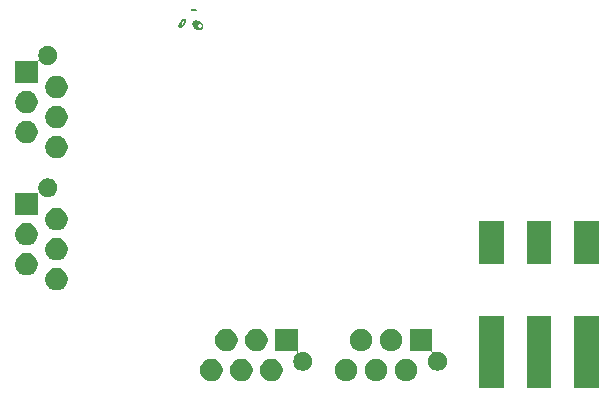
<source format=gbr>
G04 #@! TF.GenerationSoftware,KiCad,Pcbnew,5.1.2-f72e74a~84~ubuntu18.04.1*
G04 #@! TF.CreationDate,2019-06-30T22:47:52+02:00*
G04 #@! TF.ProjectId,board,626f6172-642e-46b6-9963-61645f706362,rev?*
G04 #@! TF.SameCoordinates,Original*
G04 #@! TF.FileFunction,Soldermask,Bot*
G04 #@! TF.FilePolarity,Negative*
%FSLAX46Y46*%
G04 Gerber Fmt 4.6, Leading zero omitted, Abs format (unit mm)*
G04 Created by KiCad (PCBNEW 5.1.2-f72e74a~84~ubuntu18.04.1) date 2019-06-30 22:47:52*
%MOMM*%
%LPD*%
G04 APERTURE LIST*
%ADD10C,0.010000*%
%ADD11C,0.060000*%
%ADD12C,0.100000*%
G04 APERTURE END LIST*
D10*
G36*
X148718423Y-53198223D02*
G01*
X148756263Y-53194934D01*
X148776759Y-53191103D01*
X148828390Y-53174126D01*
X148873060Y-53150346D01*
X148910646Y-53120473D01*
X148941024Y-53085219D01*
X148964071Y-53045297D01*
X148979661Y-53001417D01*
X148987672Y-52954292D01*
X148987980Y-52904634D01*
X148980461Y-52853154D01*
X148964990Y-52800564D01*
X148941445Y-52747576D01*
X148909701Y-52694901D01*
X148871669Y-52645602D01*
X148822024Y-52594494D01*
X148767034Y-52549745D01*
X148707863Y-52511858D01*
X148645678Y-52481334D01*
X148581645Y-52458675D01*
X148516929Y-52444383D01*
X148452695Y-52438959D01*
X148398218Y-52441831D01*
X148343393Y-52452893D01*
X148294297Y-52471964D01*
X148251371Y-52498852D01*
X148232887Y-52514667D01*
X148201140Y-52548564D01*
X148178000Y-52583038D01*
X148162118Y-52620680D01*
X148152141Y-52664084D01*
X148150986Y-52671855D01*
X148148426Y-52726245D01*
X148155286Y-52781309D01*
X148170934Y-52836248D01*
X148184275Y-52866525D01*
X148549164Y-52866525D01*
X148551545Y-52844888D01*
X148564506Y-52800696D01*
X148585689Y-52761343D01*
X148614198Y-52727878D01*
X148649137Y-52701347D01*
X148689610Y-52682796D01*
X148690453Y-52682519D01*
X148710411Y-52678540D01*
X148737461Y-52676848D01*
X148755684Y-52677024D01*
X148779938Y-52678429D01*
X148798324Y-52681366D01*
X148815122Y-52686824D01*
X148832690Y-52694845D01*
X148869679Y-52718212D01*
X148900282Y-52748052D01*
X148923754Y-52782952D01*
X148939349Y-52821496D01*
X148946322Y-52862272D01*
X148943925Y-52903866D01*
X148943670Y-52905278D01*
X148930966Y-52947176D01*
X148909644Y-52985562D01*
X148880985Y-53018785D01*
X148846270Y-53045194D01*
X148827445Y-53055142D01*
X148797518Y-53064650D01*
X148762396Y-53069214D01*
X148725790Y-53068775D01*
X148691413Y-53063276D01*
X148673531Y-53057574D01*
X148638383Y-53038514D01*
X148607691Y-53012056D01*
X148582440Y-52979913D01*
X148563613Y-52943801D01*
X148552193Y-52905433D01*
X148549164Y-52866525D01*
X148184275Y-52866525D01*
X148194736Y-52890264D01*
X148226061Y-52942559D01*
X148264274Y-52992334D01*
X148308745Y-53038793D01*
X148358840Y-53081136D01*
X148413926Y-53118566D01*
X148473370Y-53150284D01*
X148536541Y-53175493D01*
X148554886Y-53181299D01*
X148591263Y-53189762D01*
X148632757Y-53195497D01*
X148676199Y-53198364D01*
X148718423Y-53198223D01*
X148718423Y-53198223D01*
G37*
X148718423Y-53198223D02*
X148756263Y-53194934D01*
X148776759Y-53191103D01*
X148828390Y-53174126D01*
X148873060Y-53150346D01*
X148910646Y-53120473D01*
X148941024Y-53085219D01*
X148964071Y-53045297D01*
X148979661Y-53001417D01*
X148987672Y-52954292D01*
X148987980Y-52904634D01*
X148980461Y-52853154D01*
X148964990Y-52800564D01*
X148941445Y-52747576D01*
X148909701Y-52694901D01*
X148871669Y-52645602D01*
X148822024Y-52594494D01*
X148767034Y-52549745D01*
X148707863Y-52511858D01*
X148645678Y-52481334D01*
X148581645Y-52458675D01*
X148516929Y-52444383D01*
X148452695Y-52438959D01*
X148398218Y-52441831D01*
X148343393Y-52452893D01*
X148294297Y-52471964D01*
X148251371Y-52498852D01*
X148232887Y-52514667D01*
X148201140Y-52548564D01*
X148178000Y-52583038D01*
X148162118Y-52620680D01*
X148152141Y-52664084D01*
X148150986Y-52671855D01*
X148148426Y-52726245D01*
X148155286Y-52781309D01*
X148170934Y-52836248D01*
X148184275Y-52866525D01*
X148549164Y-52866525D01*
X148551545Y-52844888D01*
X148564506Y-52800696D01*
X148585689Y-52761343D01*
X148614198Y-52727878D01*
X148649137Y-52701347D01*
X148689610Y-52682796D01*
X148690453Y-52682519D01*
X148710411Y-52678540D01*
X148737461Y-52676848D01*
X148755684Y-52677024D01*
X148779938Y-52678429D01*
X148798324Y-52681366D01*
X148815122Y-52686824D01*
X148832690Y-52694845D01*
X148869679Y-52718212D01*
X148900282Y-52748052D01*
X148923754Y-52782952D01*
X148939349Y-52821496D01*
X148946322Y-52862272D01*
X148943925Y-52903866D01*
X148943670Y-52905278D01*
X148930966Y-52947176D01*
X148909644Y-52985562D01*
X148880985Y-53018785D01*
X148846270Y-53045194D01*
X148827445Y-53055142D01*
X148797518Y-53064650D01*
X148762396Y-53069214D01*
X148725790Y-53068775D01*
X148691413Y-53063276D01*
X148673531Y-53057574D01*
X148638383Y-53038514D01*
X148607691Y-53012056D01*
X148582440Y-52979913D01*
X148563613Y-52943801D01*
X148552193Y-52905433D01*
X148549164Y-52866525D01*
X148184275Y-52866525D01*
X148194736Y-52890264D01*
X148226061Y-52942559D01*
X148264274Y-52992334D01*
X148308745Y-53038793D01*
X148358840Y-53081136D01*
X148413926Y-53118566D01*
X148473370Y-53150284D01*
X148536541Y-53175493D01*
X148554886Y-53181299D01*
X148591263Y-53189762D01*
X148632757Y-53195497D01*
X148676199Y-53198364D01*
X148718423Y-53198223D01*
G36*
X147093665Y-53007600D02*
G01*
X147111199Y-53005185D01*
X147127879Y-52999924D01*
X147146678Y-52991596D01*
X147196544Y-52963190D01*
X147246028Y-52925974D01*
X147294186Y-52881287D01*
X147340077Y-52830464D01*
X147382757Y-52774842D01*
X147421285Y-52715756D01*
X147454717Y-52654544D01*
X147482112Y-52592541D01*
X147502526Y-52531083D01*
X147515018Y-52471508D01*
X147515381Y-52468871D01*
X147518149Y-52425804D01*
X147514456Y-52387743D01*
X147504593Y-52355573D01*
X147488853Y-52330178D01*
X147467525Y-52312444D01*
X147463187Y-52310168D01*
X147435219Y-52301682D01*
X147403409Y-52300419D01*
X147371189Y-52306512D01*
X147370740Y-52306654D01*
X147327203Y-52324943D01*
X147282270Y-52352158D01*
X147236881Y-52387335D01*
X147191976Y-52429513D01*
X147148495Y-52477728D01*
X147107378Y-52531018D01*
X147069565Y-52588421D01*
X147035996Y-52648974D01*
X147035540Y-52649881D01*
X147010181Y-52704155D01*
X147001711Y-52726426D01*
X147155284Y-52726426D01*
X147155543Y-52698685D01*
X147158121Y-52670689D01*
X147162567Y-52647298D01*
X147172407Y-52617135D01*
X147186999Y-52582844D01*
X147204535Y-52548056D01*
X147223208Y-52516404D01*
X147238382Y-52494978D01*
X147269895Y-52459194D01*
X147301152Y-52431105D01*
X147331506Y-52411000D01*
X147360309Y-52399166D01*
X147386913Y-52395891D01*
X147410670Y-52401462D01*
X147426133Y-52411534D01*
X147440767Y-52428001D01*
X147450019Y-52447997D01*
X147454606Y-52473687D01*
X147455402Y-52499684D01*
X147451584Y-52538915D01*
X147441587Y-52579233D01*
X147426265Y-52619549D01*
X147406466Y-52658772D01*
X147383042Y-52695812D01*
X147356844Y-52729579D01*
X147328723Y-52758982D01*
X147299529Y-52782931D01*
X147270113Y-52800336D01*
X147241326Y-52810106D01*
X147214019Y-52811151D01*
X147212521Y-52810925D01*
X147190226Y-52802390D01*
X147171870Y-52785571D01*
X147161805Y-52768314D01*
X147157365Y-52750705D01*
X147155284Y-52726426D01*
X147001711Y-52726426D01*
X146991505Y-52753258D01*
X146978956Y-52799150D01*
X146971980Y-52843791D01*
X146970024Y-52881180D01*
X146970147Y-52906266D01*
X146971356Y-52924220D01*
X146974108Y-52938050D01*
X146978861Y-52950765D01*
X146981443Y-52956249D01*
X146992212Y-52973579D01*
X147005671Y-52989267D01*
X147011471Y-52994349D01*
X147021774Y-53001392D01*
X147031873Y-53005548D01*
X147044939Y-53007557D01*
X147064145Y-53008162D01*
X147070641Y-53008180D01*
X147093665Y-53007600D01*
X147093665Y-53007600D01*
G37*
X147093665Y-53007600D02*
X147111199Y-53005185D01*
X147127879Y-52999924D01*
X147146678Y-52991596D01*
X147196544Y-52963190D01*
X147246028Y-52925974D01*
X147294186Y-52881287D01*
X147340077Y-52830464D01*
X147382757Y-52774842D01*
X147421285Y-52715756D01*
X147454717Y-52654544D01*
X147482112Y-52592541D01*
X147502526Y-52531083D01*
X147515018Y-52471508D01*
X147515381Y-52468871D01*
X147518149Y-52425804D01*
X147514456Y-52387743D01*
X147504593Y-52355573D01*
X147488853Y-52330178D01*
X147467525Y-52312444D01*
X147463187Y-52310168D01*
X147435219Y-52301682D01*
X147403409Y-52300419D01*
X147371189Y-52306512D01*
X147370740Y-52306654D01*
X147327203Y-52324943D01*
X147282270Y-52352158D01*
X147236881Y-52387335D01*
X147191976Y-52429513D01*
X147148495Y-52477728D01*
X147107378Y-52531018D01*
X147069565Y-52588421D01*
X147035996Y-52648974D01*
X147035540Y-52649881D01*
X147010181Y-52704155D01*
X147001711Y-52726426D01*
X147155284Y-52726426D01*
X147155543Y-52698685D01*
X147158121Y-52670689D01*
X147162567Y-52647298D01*
X147172407Y-52617135D01*
X147186999Y-52582844D01*
X147204535Y-52548056D01*
X147223208Y-52516404D01*
X147238382Y-52494978D01*
X147269895Y-52459194D01*
X147301152Y-52431105D01*
X147331506Y-52411000D01*
X147360309Y-52399166D01*
X147386913Y-52395891D01*
X147410670Y-52401462D01*
X147426133Y-52411534D01*
X147440767Y-52428001D01*
X147450019Y-52447997D01*
X147454606Y-52473687D01*
X147455402Y-52499684D01*
X147451584Y-52538915D01*
X147441587Y-52579233D01*
X147426265Y-52619549D01*
X147406466Y-52658772D01*
X147383042Y-52695812D01*
X147356844Y-52729579D01*
X147328723Y-52758982D01*
X147299529Y-52782931D01*
X147270113Y-52800336D01*
X147241326Y-52810106D01*
X147214019Y-52811151D01*
X147212521Y-52810925D01*
X147190226Y-52802390D01*
X147171870Y-52785571D01*
X147161805Y-52768314D01*
X147157365Y-52750705D01*
X147155284Y-52726426D01*
X147001711Y-52726426D01*
X146991505Y-52753258D01*
X146978956Y-52799150D01*
X146971980Y-52843791D01*
X146970024Y-52881180D01*
X146970147Y-52906266D01*
X146971356Y-52924220D01*
X146974108Y-52938050D01*
X146978861Y-52950765D01*
X146981443Y-52956249D01*
X146992212Y-52973579D01*
X147005671Y-52989267D01*
X147011471Y-52994349D01*
X147021774Y-53001392D01*
X147031873Y-53005548D01*
X147044939Y-53007557D01*
X147064145Y-53008162D01*
X147070641Y-53008180D01*
X147093665Y-53007600D01*
D11*
G36*
X148424692Y-51568170D02*
G01*
X148428884Y-51562762D01*
X148429842Y-51554566D01*
X148425424Y-51549146D01*
X148413375Y-51541290D01*
X148395655Y-51531907D01*
X148374225Y-51521910D01*
X148351046Y-51512209D01*
X148328078Y-51503716D01*
X148307282Y-51497341D01*
X148305917Y-51496987D01*
X148262856Y-51489514D01*
X148214361Y-51487140D01*
X148163785Y-51489862D01*
X148117500Y-51497035D01*
X148090200Y-51502814D01*
X148071309Y-51507027D01*
X148059286Y-51510160D01*
X148052588Y-51512698D01*
X148049673Y-51515124D01*
X148048999Y-51517924D01*
X148048997Y-51518567D01*
X148050026Y-51526273D01*
X148053898Y-51530916D01*
X148062140Y-51532631D01*
X148076276Y-51531551D01*
X148097832Y-51527810D01*
X148114960Y-51524343D01*
X148173922Y-51514891D01*
X148227388Y-51512559D01*
X148277312Y-51517558D01*
X148325646Y-51530099D01*
X148374342Y-51550391D01*
X148379221Y-51552812D01*
X148401207Y-51563242D01*
X148415915Y-51568346D01*
X148424692Y-51568170D01*
X148424692Y-51568170D01*
G37*
X148424692Y-51568170D02*
X148428884Y-51562762D01*
X148429842Y-51554566D01*
X148425424Y-51549146D01*
X148413375Y-51541290D01*
X148395655Y-51531907D01*
X148374225Y-51521910D01*
X148351046Y-51512209D01*
X148328078Y-51503716D01*
X148307282Y-51497341D01*
X148305917Y-51496987D01*
X148262856Y-51489514D01*
X148214361Y-51487140D01*
X148163785Y-51489862D01*
X148117500Y-51497035D01*
X148090200Y-51502814D01*
X148071309Y-51507027D01*
X148059286Y-51510160D01*
X148052588Y-51512698D01*
X148049673Y-51515124D01*
X148048999Y-51517924D01*
X148048997Y-51518567D01*
X148050026Y-51526273D01*
X148053898Y-51530916D01*
X148062140Y-51532631D01*
X148076276Y-51531551D01*
X148097832Y-51527810D01*
X148114960Y-51524343D01*
X148173922Y-51514891D01*
X148227388Y-51512559D01*
X148277312Y-51517558D01*
X148325646Y-51530099D01*
X148374342Y-51550391D01*
X148379221Y-51552812D01*
X148401207Y-51563242D01*
X148415915Y-51568346D01*
X148424692Y-51568170D01*
D12*
G36*
X182551000Y-83551000D02*
G01*
X180449000Y-83551000D01*
X180449000Y-77449000D01*
X182551000Y-77449000D01*
X182551000Y-83551000D01*
X182551000Y-83551000D01*
G37*
G36*
X178551000Y-83551000D02*
G01*
X176449000Y-83551000D01*
X176449000Y-77449000D01*
X178551000Y-77449000D01*
X178551000Y-83551000D01*
X178551000Y-83551000D01*
G37*
G36*
X174551000Y-83551000D02*
G01*
X172449000Y-83551000D01*
X172449000Y-77449000D01*
X174551000Y-77449000D01*
X174551000Y-83551000D01*
X174551000Y-83551000D01*
G37*
G36*
X155107395Y-81125546D02*
G01*
X155280466Y-81197234D01*
X155280467Y-81197235D01*
X155436227Y-81301310D01*
X155568690Y-81433773D01*
X155568691Y-81433775D01*
X155672766Y-81589534D01*
X155744454Y-81762605D01*
X155781000Y-81946333D01*
X155781000Y-82133667D01*
X155744454Y-82317395D01*
X155672766Y-82490466D01*
X155672765Y-82490467D01*
X155568690Y-82646227D01*
X155436227Y-82778690D01*
X155357818Y-82831081D01*
X155280466Y-82882766D01*
X155107395Y-82954454D01*
X154923667Y-82991000D01*
X154736333Y-82991000D01*
X154552605Y-82954454D01*
X154379534Y-82882766D01*
X154302182Y-82831081D01*
X154223773Y-82778690D01*
X154091310Y-82646227D01*
X153987235Y-82490467D01*
X153987234Y-82490466D01*
X153915546Y-82317395D01*
X153879000Y-82133667D01*
X153879000Y-81946333D01*
X153915546Y-81762605D01*
X153987234Y-81589534D01*
X154091309Y-81433775D01*
X154091310Y-81433773D01*
X154223773Y-81301310D01*
X154379533Y-81197235D01*
X154379534Y-81197234D01*
X154552605Y-81125546D01*
X154736333Y-81089000D01*
X154923667Y-81089000D01*
X155107395Y-81125546D01*
X155107395Y-81125546D01*
G37*
G36*
X150027395Y-81125546D02*
G01*
X150200466Y-81197234D01*
X150200467Y-81197235D01*
X150356227Y-81301310D01*
X150488690Y-81433773D01*
X150488691Y-81433775D01*
X150592766Y-81589534D01*
X150664454Y-81762605D01*
X150701000Y-81946333D01*
X150701000Y-82133667D01*
X150664454Y-82317395D01*
X150592766Y-82490466D01*
X150592765Y-82490467D01*
X150488690Y-82646227D01*
X150356227Y-82778690D01*
X150277818Y-82831081D01*
X150200466Y-82882766D01*
X150027395Y-82954454D01*
X149843667Y-82991000D01*
X149656333Y-82991000D01*
X149472605Y-82954454D01*
X149299534Y-82882766D01*
X149222182Y-82831081D01*
X149143773Y-82778690D01*
X149011310Y-82646227D01*
X148907235Y-82490467D01*
X148907234Y-82490466D01*
X148835546Y-82317395D01*
X148799000Y-82133667D01*
X148799000Y-81946333D01*
X148835546Y-81762605D01*
X148907234Y-81589534D01*
X149011309Y-81433775D01*
X149011310Y-81433773D01*
X149143773Y-81301310D01*
X149299533Y-81197235D01*
X149299534Y-81197234D01*
X149472605Y-81125546D01*
X149656333Y-81089000D01*
X149843667Y-81089000D01*
X150027395Y-81125546D01*
X150027395Y-81125546D01*
G37*
G36*
X152567395Y-81125546D02*
G01*
X152740466Y-81197234D01*
X152740467Y-81197235D01*
X152896227Y-81301310D01*
X153028690Y-81433773D01*
X153028691Y-81433775D01*
X153132766Y-81589534D01*
X153204454Y-81762605D01*
X153241000Y-81946333D01*
X153241000Y-82133667D01*
X153204454Y-82317395D01*
X153132766Y-82490466D01*
X153132765Y-82490467D01*
X153028690Y-82646227D01*
X152896227Y-82778690D01*
X152817818Y-82831081D01*
X152740466Y-82882766D01*
X152567395Y-82954454D01*
X152383667Y-82991000D01*
X152196333Y-82991000D01*
X152012605Y-82954454D01*
X151839534Y-82882766D01*
X151762182Y-82831081D01*
X151683773Y-82778690D01*
X151551310Y-82646227D01*
X151447235Y-82490467D01*
X151447234Y-82490466D01*
X151375546Y-82317395D01*
X151339000Y-82133667D01*
X151339000Y-81946333D01*
X151375546Y-81762605D01*
X151447234Y-81589534D01*
X151551309Y-81433775D01*
X151551310Y-81433773D01*
X151683773Y-81301310D01*
X151839533Y-81197235D01*
X151839534Y-81197234D01*
X152012605Y-81125546D01*
X152196333Y-81089000D01*
X152383667Y-81089000D01*
X152567395Y-81125546D01*
X152567395Y-81125546D01*
G37*
G36*
X166507395Y-81125546D02*
G01*
X166680466Y-81197234D01*
X166680467Y-81197235D01*
X166836227Y-81301310D01*
X166968690Y-81433773D01*
X166968691Y-81433775D01*
X167072766Y-81589534D01*
X167144454Y-81762605D01*
X167181000Y-81946333D01*
X167181000Y-82133667D01*
X167144454Y-82317395D01*
X167072766Y-82490466D01*
X167072765Y-82490467D01*
X166968690Y-82646227D01*
X166836227Y-82778690D01*
X166757818Y-82831081D01*
X166680466Y-82882766D01*
X166507395Y-82954454D01*
X166323667Y-82991000D01*
X166136333Y-82991000D01*
X165952605Y-82954454D01*
X165779534Y-82882766D01*
X165702182Y-82831081D01*
X165623773Y-82778690D01*
X165491310Y-82646227D01*
X165387235Y-82490467D01*
X165387234Y-82490466D01*
X165315546Y-82317395D01*
X165279000Y-82133667D01*
X165279000Y-81946333D01*
X165315546Y-81762605D01*
X165387234Y-81589534D01*
X165491309Y-81433775D01*
X165491310Y-81433773D01*
X165623773Y-81301310D01*
X165779533Y-81197235D01*
X165779534Y-81197234D01*
X165952605Y-81125546D01*
X166136333Y-81089000D01*
X166323667Y-81089000D01*
X166507395Y-81125546D01*
X166507395Y-81125546D01*
G37*
G36*
X163967395Y-81125546D02*
G01*
X164140466Y-81197234D01*
X164140467Y-81197235D01*
X164296227Y-81301310D01*
X164428690Y-81433773D01*
X164428691Y-81433775D01*
X164532766Y-81589534D01*
X164604454Y-81762605D01*
X164641000Y-81946333D01*
X164641000Y-82133667D01*
X164604454Y-82317395D01*
X164532766Y-82490466D01*
X164532765Y-82490467D01*
X164428690Y-82646227D01*
X164296227Y-82778690D01*
X164217818Y-82831081D01*
X164140466Y-82882766D01*
X163967395Y-82954454D01*
X163783667Y-82991000D01*
X163596333Y-82991000D01*
X163412605Y-82954454D01*
X163239534Y-82882766D01*
X163162182Y-82831081D01*
X163083773Y-82778690D01*
X162951310Y-82646227D01*
X162847235Y-82490467D01*
X162847234Y-82490466D01*
X162775546Y-82317395D01*
X162739000Y-82133667D01*
X162739000Y-81946333D01*
X162775546Y-81762605D01*
X162847234Y-81589534D01*
X162951309Y-81433775D01*
X162951310Y-81433773D01*
X163083773Y-81301310D01*
X163239533Y-81197235D01*
X163239534Y-81197234D01*
X163412605Y-81125546D01*
X163596333Y-81089000D01*
X163783667Y-81089000D01*
X163967395Y-81125546D01*
X163967395Y-81125546D01*
G37*
G36*
X161427395Y-81125546D02*
G01*
X161600466Y-81197234D01*
X161600467Y-81197235D01*
X161756227Y-81301310D01*
X161888690Y-81433773D01*
X161888691Y-81433775D01*
X161992766Y-81589534D01*
X162064454Y-81762605D01*
X162101000Y-81946333D01*
X162101000Y-82133667D01*
X162064454Y-82317395D01*
X161992766Y-82490466D01*
X161992765Y-82490467D01*
X161888690Y-82646227D01*
X161756227Y-82778690D01*
X161677818Y-82831081D01*
X161600466Y-82882766D01*
X161427395Y-82954454D01*
X161243667Y-82991000D01*
X161056333Y-82991000D01*
X160872605Y-82954454D01*
X160699534Y-82882766D01*
X160622182Y-82831081D01*
X160543773Y-82778690D01*
X160411310Y-82646227D01*
X160307235Y-82490467D01*
X160307234Y-82490466D01*
X160235546Y-82317395D01*
X160199000Y-82133667D01*
X160199000Y-81946333D01*
X160235546Y-81762605D01*
X160307234Y-81589534D01*
X160411309Y-81433775D01*
X160411310Y-81433773D01*
X160543773Y-81301310D01*
X160699533Y-81197235D01*
X160699534Y-81197234D01*
X160872605Y-81125546D01*
X161056333Y-81089000D01*
X161243667Y-81089000D01*
X161427395Y-81125546D01*
X161427395Y-81125546D01*
G37*
G36*
X168451000Y-80431857D02*
G01*
X168453402Y-80456243D01*
X168460515Y-80479692D01*
X168472066Y-80501303D01*
X168487611Y-80520245D01*
X168506553Y-80535790D01*
X168528164Y-80547341D01*
X168551613Y-80554454D01*
X168575999Y-80556856D01*
X168600385Y-80554454D01*
X168623835Y-80547341D01*
X168651722Y-80535790D01*
X168666342Y-80529734D01*
X168666343Y-80529734D01*
X168666345Y-80529733D01*
X168821102Y-80498950D01*
X168978898Y-80498950D01*
X169133657Y-80529733D01*
X169279438Y-80590118D01*
X169279439Y-80590119D01*
X169410640Y-80677784D01*
X169522216Y-80789360D01*
X169522217Y-80789362D01*
X169609882Y-80920562D01*
X169670267Y-81066343D01*
X169701050Y-81221102D01*
X169701050Y-81378898D01*
X169670267Y-81533657D01*
X169609882Y-81679438D01*
X169609881Y-81679439D01*
X169522216Y-81810640D01*
X169410640Y-81922216D01*
X169374546Y-81946333D01*
X169279438Y-82009882D01*
X169133657Y-82070267D01*
X168978898Y-82101050D01*
X168821102Y-82101050D01*
X168666343Y-82070267D01*
X168520562Y-82009882D01*
X168425454Y-81946333D01*
X168389360Y-81922216D01*
X168277784Y-81810640D01*
X168190119Y-81679439D01*
X168190118Y-81679438D01*
X168129733Y-81533657D01*
X168098950Y-81378898D01*
X168098950Y-81221102D01*
X168129733Y-81066343D01*
X168190118Y-80920562D01*
X168277783Y-80789362D01*
X168277784Y-80789360D01*
X168389360Y-80677784D01*
X168389363Y-80677782D01*
X168392097Y-80675048D01*
X168405088Y-80664386D01*
X168420633Y-80645444D01*
X168432184Y-80623833D01*
X168439297Y-80600384D01*
X168441699Y-80575998D01*
X168439297Y-80551612D01*
X168432184Y-80528163D01*
X168420633Y-80506553D01*
X168405087Y-80487611D01*
X168386145Y-80472066D01*
X168364534Y-80460515D01*
X168341085Y-80453402D01*
X168316700Y-80451000D01*
X166549000Y-80451000D01*
X166549000Y-78549000D01*
X168451000Y-78549000D01*
X168451000Y-80431857D01*
X168451000Y-80431857D01*
G37*
G36*
X157051000Y-80431857D02*
G01*
X157053402Y-80456243D01*
X157060515Y-80479692D01*
X157072066Y-80501303D01*
X157087611Y-80520245D01*
X157106553Y-80535790D01*
X157128164Y-80547341D01*
X157151613Y-80554454D01*
X157175999Y-80556856D01*
X157200385Y-80554454D01*
X157223835Y-80547341D01*
X157251722Y-80535790D01*
X157266342Y-80529734D01*
X157266343Y-80529734D01*
X157266345Y-80529733D01*
X157421102Y-80498950D01*
X157578898Y-80498950D01*
X157733657Y-80529733D01*
X157879438Y-80590118D01*
X157879439Y-80590119D01*
X158010640Y-80677784D01*
X158122216Y-80789360D01*
X158122217Y-80789362D01*
X158209882Y-80920562D01*
X158270267Y-81066343D01*
X158301050Y-81221102D01*
X158301050Y-81378898D01*
X158270267Y-81533657D01*
X158209882Y-81679438D01*
X158209881Y-81679439D01*
X158122216Y-81810640D01*
X158010640Y-81922216D01*
X157974546Y-81946333D01*
X157879438Y-82009882D01*
X157733657Y-82070267D01*
X157578898Y-82101050D01*
X157421102Y-82101050D01*
X157266343Y-82070267D01*
X157120562Y-82009882D01*
X157025454Y-81946333D01*
X156989360Y-81922216D01*
X156877784Y-81810640D01*
X156790119Y-81679439D01*
X156790118Y-81679438D01*
X156729733Y-81533657D01*
X156698950Y-81378898D01*
X156698950Y-81221102D01*
X156729733Y-81066343D01*
X156790118Y-80920562D01*
X156877783Y-80789362D01*
X156877784Y-80789360D01*
X156989360Y-80677784D01*
X156989363Y-80677782D01*
X156992097Y-80675048D01*
X157005088Y-80664386D01*
X157020633Y-80645444D01*
X157032184Y-80623833D01*
X157039297Y-80600384D01*
X157041699Y-80575998D01*
X157039297Y-80551612D01*
X157032184Y-80528163D01*
X157020633Y-80506553D01*
X157005087Y-80487611D01*
X156986145Y-80472066D01*
X156964534Y-80460515D01*
X156941085Y-80453402D01*
X156916700Y-80451000D01*
X155149000Y-80451000D01*
X155149000Y-78549000D01*
X157051000Y-78549000D01*
X157051000Y-80431857D01*
X157051000Y-80431857D01*
G37*
G36*
X151297395Y-78585546D02*
G01*
X151470466Y-78657234D01*
X151470467Y-78657235D01*
X151626227Y-78761310D01*
X151758690Y-78893773D01*
X151758691Y-78893775D01*
X151862766Y-79049534D01*
X151934454Y-79222605D01*
X151971000Y-79406333D01*
X151971000Y-79593667D01*
X151934454Y-79777395D01*
X151862766Y-79950466D01*
X151862765Y-79950467D01*
X151758690Y-80106227D01*
X151626227Y-80238690D01*
X151547818Y-80291081D01*
X151470466Y-80342766D01*
X151297395Y-80414454D01*
X151113667Y-80451000D01*
X150926333Y-80451000D01*
X150742605Y-80414454D01*
X150569534Y-80342766D01*
X150492182Y-80291081D01*
X150413773Y-80238690D01*
X150281310Y-80106227D01*
X150177235Y-79950467D01*
X150177234Y-79950466D01*
X150105546Y-79777395D01*
X150069000Y-79593667D01*
X150069000Y-79406333D01*
X150105546Y-79222605D01*
X150177234Y-79049534D01*
X150281309Y-78893775D01*
X150281310Y-78893773D01*
X150413773Y-78761310D01*
X150569533Y-78657235D01*
X150569534Y-78657234D01*
X150742605Y-78585546D01*
X150926333Y-78549000D01*
X151113667Y-78549000D01*
X151297395Y-78585546D01*
X151297395Y-78585546D01*
G37*
G36*
X153837395Y-78585546D02*
G01*
X154010466Y-78657234D01*
X154010467Y-78657235D01*
X154166227Y-78761310D01*
X154298690Y-78893773D01*
X154298691Y-78893775D01*
X154402766Y-79049534D01*
X154474454Y-79222605D01*
X154511000Y-79406333D01*
X154511000Y-79593667D01*
X154474454Y-79777395D01*
X154402766Y-79950466D01*
X154402765Y-79950467D01*
X154298690Y-80106227D01*
X154166227Y-80238690D01*
X154087818Y-80291081D01*
X154010466Y-80342766D01*
X153837395Y-80414454D01*
X153653667Y-80451000D01*
X153466333Y-80451000D01*
X153282605Y-80414454D01*
X153109534Y-80342766D01*
X153032182Y-80291081D01*
X152953773Y-80238690D01*
X152821310Y-80106227D01*
X152717235Y-79950467D01*
X152717234Y-79950466D01*
X152645546Y-79777395D01*
X152609000Y-79593667D01*
X152609000Y-79406333D01*
X152645546Y-79222605D01*
X152717234Y-79049534D01*
X152821309Y-78893775D01*
X152821310Y-78893773D01*
X152953773Y-78761310D01*
X153109533Y-78657235D01*
X153109534Y-78657234D01*
X153282605Y-78585546D01*
X153466333Y-78549000D01*
X153653667Y-78549000D01*
X153837395Y-78585546D01*
X153837395Y-78585546D01*
G37*
G36*
X162697395Y-78585546D02*
G01*
X162870466Y-78657234D01*
X162870467Y-78657235D01*
X163026227Y-78761310D01*
X163158690Y-78893773D01*
X163158691Y-78893775D01*
X163262766Y-79049534D01*
X163334454Y-79222605D01*
X163371000Y-79406333D01*
X163371000Y-79593667D01*
X163334454Y-79777395D01*
X163262766Y-79950466D01*
X163262765Y-79950467D01*
X163158690Y-80106227D01*
X163026227Y-80238690D01*
X162947818Y-80291081D01*
X162870466Y-80342766D01*
X162697395Y-80414454D01*
X162513667Y-80451000D01*
X162326333Y-80451000D01*
X162142605Y-80414454D01*
X161969534Y-80342766D01*
X161892182Y-80291081D01*
X161813773Y-80238690D01*
X161681310Y-80106227D01*
X161577235Y-79950467D01*
X161577234Y-79950466D01*
X161505546Y-79777395D01*
X161469000Y-79593667D01*
X161469000Y-79406333D01*
X161505546Y-79222605D01*
X161577234Y-79049534D01*
X161681309Y-78893775D01*
X161681310Y-78893773D01*
X161813773Y-78761310D01*
X161969533Y-78657235D01*
X161969534Y-78657234D01*
X162142605Y-78585546D01*
X162326333Y-78549000D01*
X162513667Y-78549000D01*
X162697395Y-78585546D01*
X162697395Y-78585546D01*
G37*
G36*
X165237395Y-78585546D02*
G01*
X165410466Y-78657234D01*
X165410467Y-78657235D01*
X165566227Y-78761310D01*
X165698690Y-78893773D01*
X165698691Y-78893775D01*
X165802766Y-79049534D01*
X165874454Y-79222605D01*
X165911000Y-79406333D01*
X165911000Y-79593667D01*
X165874454Y-79777395D01*
X165802766Y-79950466D01*
X165802765Y-79950467D01*
X165698690Y-80106227D01*
X165566227Y-80238690D01*
X165487818Y-80291081D01*
X165410466Y-80342766D01*
X165237395Y-80414454D01*
X165053667Y-80451000D01*
X164866333Y-80451000D01*
X164682605Y-80414454D01*
X164509534Y-80342766D01*
X164432182Y-80291081D01*
X164353773Y-80238690D01*
X164221310Y-80106227D01*
X164117235Y-79950467D01*
X164117234Y-79950466D01*
X164045546Y-79777395D01*
X164009000Y-79593667D01*
X164009000Y-79406333D01*
X164045546Y-79222605D01*
X164117234Y-79049534D01*
X164221309Y-78893775D01*
X164221310Y-78893773D01*
X164353773Y-78761310D01*
X164509533Y-78657235D01*
X164509534Y-78657234D01*
X164682605Y-78585546D01*
X164866333Y-78549000D01*
X165053667Y-78549000D01*
X165237395Y-78585546D01*
X165237395Y-78585546D01*
G37*
G36*
X136917395Y-73435546D02*
G01*
X137090466Y-73507234D01*
X137167818Y-73558919D01*
X137246227Y-73611310D01*
X137378690Y-73743773D01*
X137378691Y-73743775D01*
X137482766Y-73899534D01*
X137554454Y-74072605D01*
X137591000Y-74256333D01*
X137591000Y-74443667D01*
X137554454Y-74627395D01*
X137482766Y-74800466D01*
X137482765Y-74800467D01*
X137378690Y-74956227D01*
X137246227Y-75088690D01*
X137167818Y-75141081D01*
X137090466Y-75192766D01*
X136917395Y-75264454D01*
X136733667Y-75301000D01*
X136546333Y-75301000D01*
X136362605Y-75264454D01*
X136189534Y-75192766D01*
X136112182Y-75141081D01*
X136033773Y-75088690D01*
X135901310Y-74956227D01*
X135797235Y-74800467D01*
X135797234Y-74800466D01*
X135725546Y-74627395D01*
X135689000Y-74443667D01*
X135689000Y-74256333D01*
X135725546Y-74072605D01*
X135797234Y-73899534D01*
X135901309Y-73743775D01*
X135901310Y-73743773D01*
X136033773Y-73611310D01*
X136112182Y-73558919D01*
X136189534Y-73507234D01*
X136362605Y-73435546D01*
X136546333Y-73399000D01*
X136733667Y-73399000D01*
X136917395Y-73435546D01*
X136917395Y-73435546D01*
G37*
G36*
X134377395Y-72165546D02*
G01*
X134550466Y-72237234D01*
X134627818Y-72288919D01*
X134706227Y-72341310D01*
X134838690Y-72473773D01*
X134838691Y-72473775D01*
X134942766Y-72629534D01*
X135014454Y-72802605D01*
X135051000Y-72986333D01*
X135051000Y-73173667D01*
X135014454Y-73357395D01*
X134942766Y-73530466D01*
X134942765Y-73530467D01*
X134838690Y-73686227D01*
X134706227Y-73818690D01*
X134627818Y-73871081D01*
X134550466Y-73922766D01*
X134377395Y-73994454D01*
X134193667Y-74031000D01*
X134006333Y-74031000D01*
X133822605Y-73994454D01*
X133649534Y-73922766D01*
X133572182Y-73871081D01*
X133493773Y-73818690D01*
X133361310Y-73686227D01*
X133257235Y-73530467D01*
X133257234Y-73530466D01*
X133185546Y-73357395D01*
X133149000Y-73173667D01*
X133149000Y-72986333D01*
X133185546Y-72802605D01*
X133257234Y-72629534D01*
X133361309Y-72473775D01*
X133361310Y-72473773D01*
X133493773Y-72341310D01*
X133572182Y-72288919D01*
X133649534Y-72237234D01*
X133822605Y-72165546D01*
X134006333Y-72129000D01*
X134193667Y-72129000D01*
X134377395Y-72165546D01*
X134377395Y-72165546D01*
G37*
G36*
X178551000Y-73051000D02*
G01*
X176449000Y-73051000D01*
X176449000Y-69449000D01*
X178551000Y-69449000D01*
X178551000Y-73051000D01*
X178551000Y-73051000D01*
G37*
G36*
X182551000Y-73051000D02*
G01*
X180449000Y-73051000D01*
X180449000Y-69449000D01*
X182551000Y-69449000D01*
X182551000Y-73051000D01*
X182551000Y-73051000D01*
G37*
G36*
X174551000Y-73051000D02*
G01*
X172449000Y-73051000D01*
X172449000Y-69449000D01*
X174551000Y-69449000D01*
X174551000Y-73051000D01*
X174551000Y-73051000D01*
G37*
G36*
X136917395Y-70895546D02*
G01*
X137090466Y-70967234D01*
X137167818Y-71018919D01*
X137246227Y-71071310D01*
X137378690Y-71203773D01*
X137378691Y-71203775D01*
X137482766Y-71359534D01*
X137554454Y-71532605D01*
X137591000Y-71716333D01*
X137591000Y-71903667D01*
X137554454Y-72087395D01*
X137482766Y-72260466D01*
X137482765Y-72260467D01*
X137378690Y-72416227D01*
X137246227Y-72548690D01*
X137167818Y-72601081D01*
X137090466Y-72652766D01*
X136917395Y-72724454D01*
X136733667Y-72761000D01*
X136546333Y-72761000D01*
X136362605Y-72724454D01*
X136189534Y-72652766D01*
X136112182Y-72601081D01*
X136033773Y-72548690D01*
X135901310Y-72416227D01*
X135797235Y-72260467D01*
X135797234Y-72260466D01*
X135725546Y-72087395D01*
X135689000Y-71903667D01*
X135689000Y-71716333D01*
X135725546Y-71532605D01*
X135797234Y-71359534D01*
X135901309Y-71203775D01*
X135901310Y-71203773D01*
X136033773Y-71071310D01*
X136112182Y-71018919D01*
X136189534Y-70967234D01*
X136362605Y-70895546D01*
X136546333Y-70859000D01*
X136733667Y-70859000D01*
X136917395Y-70895546D01*
X136917395Y-70895546D01*
G37*
G36*
X134377395Y-69625546D02*
G01*
X134550466Y-69697234D01*
X134627818Y-69748919D01*
X134706227Y-69801310D01*
X134838690Y-69933773D01*
X134838691Y-69933775D01*
X134942766Y-70089534D01*
X135014454Y-70262605D01*
X135051000Y-70446333D01*
X135051000Y-70633667D01*
X135014454Y-70817395D01*
X134942766Y-70990466D01*
X134942765Y-70990467D01*
X134838690Y-71146227D01*
X134706227Y-71278690D01*
X134627818Y-71331081D01*
X134550466Y-71382766D01*
X134377395Y-71454454D01*
X134193667Y-71491000D01*
X134006333Y-71491000D01*
X133822605Y-71454454D01*
X133649534Y-71382766D01*
X133572182Y-71331081D01*
X133493773Y-71278690D01*
X133361310Y-71146227D01*
X133257235Y-70990467D01*
X133257234Y-70990466D01*
X133185546Y-70817395D01*
X133149000Y-70633667D01*
X133149000Y-70446333D01*
X133185546Y-70262605D01*
X133257234Y-70089534D01*
X133361309Y-69933775D01*
X133361310Y-69933773D01*
X133493773Y-69801310D01*
X133572182Y-69748919D01*
X133649534Y-69697234D01*
X133822605Y-69625546D01*
X134006333Y-69589000D01*
X134193667Y-69589000D01*
X134377395Y-69625546D01*
X134377395Y-69625546D01*
G37*
G36*
X136917395Y-68355546D02*
G01*
X137090466Y-68427234D01*
X137090467Y-68427235D01*
X137246227Y-68531310D01*
X137378690Y-68663773D01*
X137378691Y-68663775D01*
X137482766Y-68819534D01*
X137554454Y-68992605D01*
X137591000Y-69176333D01*
X137591000Y-69363667D01*
X137554454Y-69547395D01*
X137482766Y-69720466D01*
X137482765Y-69720467D01*
X137378690Y-69876227D01*
X137246227Y-70008690D01*
X137167818Y-70061081D01*
X137090466Y-70112766D01*
X136917395Y-70184454D01*
X136733667Y-70221000D01*
X136546333Y-70221000D01*
X136362605Y-70184454D01*
X136189534Y-70112766D01*
X136112182Y-70061081D01*
X136033773Y-70008690D01*
X135901310Y-69876227D01*
X135797235Y-69720467D01*
X135797234Y-69720466D01*
X135725546Y-69547395D01*
X135689000Y-69363667D01*
X135689000Y-69176333D01*
X135725546Y-68992605D01*
X135797234Y-68819534D01*
X135901309Y-68663775D01*
X135901310Y-68663773D01*
X136033773Y-68531310D01*
X136189533Y-68427235D01*
X136189534Y-68427234D01*
X136362605Y-68355546D01*
X136546333Y-68319000D01*
X136733667Y-68319000D01*
X136917395Y-68355546D01*
X136917395Y-68355546D01*
G37*
G36*
X136133657Y-65829733D02*
G01*
X136279438Y-65890118D01*
X136279439Y-65890119D01*
X136410640Y-65977784D01*
X136522216Y-66089360D01*
X136522217Y-66089362D01*
X136609882Y-66220562D01*
X136670267Y-66366343D01*
X136701050Y-66521102D01*
X136701050Y-66678898D01*
X136670267Y-66833657D01*
X136609882Y-66979438D01*
X136609881Y-66979439D01*
X136522216Y-67110640D01*
X136410640Y-67222216D01*
X136344594Y-67266346D01*
X136279438Y-67309882D01*
X136133657Y-67370267D01*
X135978898Y-67401050D01*
X135821102Y-67401050D01*
X135666343Y-67370267D01*
X135520562Y-67309882D01*
X135455406Y-67266346D01*
X135389360Y-67222216D01*
X135277784Y-67110640D01*
X135277782Y-67110637D01*
X135275048Y-67107903D01*
X135264386Y-67094912D01*
X135245444Y-67079367D01*
X135223833Y-67067816D01*
X135200384Y-67060703D01*
X135175998Y-67058301D01*
X135151612Y-67060703D01*
X135128163Y-67067816D01*
X135106553Y-67079367D01*
X135087611Y-67094913D01*
X135072066Y-67113855D01*
X135060515Y-67135466D01*
X135053402Y-67158915D01*
X135051000Y-67183300D01*
X135051000Y-68951000D01*
X133149000Y-68951000D01*
X133149000Y-67049000D01*
X135031857Y-67049000D01*
X135056243Y-67046598D01*
X135079692Y-67039485D01*
X135101303Y-67027934D01*
X135120245Y-67012389D01*
X135135790Y-66993447D01*
X135147341Y-66971836D01*
X135154454Y-66948387D01*
X135156856Y-66924001D01*
X135154454Y-66899615D01*
X135147341Y-66876165D01*
X135129733Y-66833655D01*
X135098950Y-66678898D01*
X135098950Y-66521102D01*
X135129733Y-66366343D01*
X135190118Y-66220562D01*
X135277783Y-66089362D01*
X135277784Y-66089360D01*
X135389360Y-65977784D01*
X135520561Y-65890119D01*
X135520562Y-65890118D01*
X135666343Y-65829733D01*
X135821102Y-65798950D01*
X135978898Y-65798950D01*
X136133657Y-65829733D01*
X136133657Y-65829733D01*
G37*
G36*
X136917395Y-62235546D02*
G01*
X137090466Y-62307234D01*
X137167818Y-62358919D01*
X137246227Y-62411310D01*
X137378690Y-62543773D01*
X137378691Y-62543775D01*
X137482766Y-62699534D01*
X137554454Y-62872605D01*
X137591000Y-63056333D01*
X137591000Y-63243667D01*
X137554454Y-63427395D01*
X137482766Y-63600466D01*
X137482765Y-63600467D01*
X137378690Y-63756227D01*
X137246227Y-63888690D01*
X137167818Y-63941081D01*
X137090466Y-63992766D01*
X136917395Y-64064454D01*
X136733667Y-64101000D01*
X136546333Y-64101000D01*
X136362605Y-64064454D01*
X136189534Y-63992766D01*
X136112182Y-63941081D01*
X136033773Y-63888690D01*
X135901310Y-63756227D01*
X135797235Y-63600467D01*
X135797234Y-63600466D01*
X135725546Y-63427395D01*
X135689000Y-63243667D01*
X135689000Y-63056333D01*
X135725546Y-62872605D01*
X135797234Y-62699534D01*
X135901309Y-62543775D01*
X135901310Y-62543773D01*
X136033773Y-62411310D01*
X136112182Y-62358919D01*
X136189534Y-62307234D01*
X136362605Y-62235546D01*
X136546333Y-62199000D01*
X136733667Y-62199000D01*
X136917395Y-62235546D01*
X136917395Y-62235546D01*
G37*
G36*
X134377395Y-60965546D02*
G01*
X134550466Y-61037234D01*
X134627818Y-61088919D01*
X134706227Y-61141310D01*
X134838690Y-61273773D01*
X134838691Y-61273775D01*
X134942766Y-61429534D01*
X135014454Y-61602605D01*
X135051000Y-61786333D01*
X135051000Y-61973667D01*
X135014454Y-62157395D01*
X134942766Y-62330466D01*
X134942765Y-62330467D01*
X134838690Y-62486227D01*
X134706227Y-62618690D01*
X134627818Y-62671081D01*
X134550466Y-62722766D01*
X134377395Y-62794454D01*
X134193667Y-62831000D01*
X134006333Y-62831000D01*
X133822605Y-62794454D01*
X133649534Y-62722766D01*
X133572182Y-62671081D01*
X133493773Y-62618690D01*
X133361310Y-62486227D01*
X133257235Y-62330467D01*
X133257234Y-62330466D01*
X133185546Y-62157395D01*
X133149000Y-61973667D01*
X133149000Y-61786333D01*
X133185546Y-61602605D01*
X133257234Y-61429534D01*
X133361309Y-61273775D01*
X133361310Y-61273773D01*
X133493773Y-61141310D01*
X133572182Y-61088919D01*
X133649534Y-61037234D01*
X133822605Y-60965546D01*
X134006333Y-60929000D01*
X134193667Y-60929000D01*
X134377395Y-60965546D01*
X134377395Y-60965546D01*
G37*
G36*
X136917395Y-59695546D02*
G01*
X137090466Y-59767234D01*
X137167818Y-59818919D01*
X137246227Y-59871310D01*
X137378690Y-60003773D01*
X137378691Y-60003775D01*
X137482766Y-60159534D01*
X137554454Y-60332605D01*
X137591000Y-60516333D01*
X137591000Y-60703667D01*
X137554454Y-60887395D01*
X137482766Y-61060466D01*
X137482765Y-61060467D01*
X137378690Y-61216227D01*
X137246227Y-61348690D01*
X137167818Y-61401081D01*
X137090466Y-61452766D01*
X136917395Y-61524454D01*
X136733667Y-61561000D01*
X136546333Y-61561000D01*
X136362605Y-61524454D01*
X136189534Y-61452766D01*
X136112182Y-61401081D01*
X136033773Y-61348690D01*
X135901310Y-61216227D01*
X135797235Y-61060467D01*
X135797234Y-61060466D01*
X135725546Y-60887395D01*
X135689000Y-60703667D01*
X135689000Y-60516333D01*
X135725546Y-60332605D01*
X135797234Y-60159534D01*
X135901309Y-60003775D01*
X135901310Y-60003773D01*
X136033773Y-59871310D01*
X136112182Y-59818919D01*
X136189534Y-59767234D01*
X136362605Y-59695546D01*
X136546333Y-59659000D01*
X136733667Y-59659000D01*
X136917395Y-59695546D01*
X136917395Y-59695546D01*
G37*
G36*
X134377395Y-58425546D02*
G01*
X134550466Y-58497234D01*
X134627818Y-58548919D01*
X134706227Y-58601310D01*
X134838690Y-58733773D01*
X134838691Y-58733775D01*
X134942766Y-58889534D01*
X135014454Y-59062605D01*
X135051000Y-59246333D01*
X135051000Y-59433667D01*
X135014454Y-59617395D01*
X134942766Y-59790466D01*
X134942765Y-59790467D01*
X134838690Y-59946227D01*
X134706227Y-60078690D01*
X134627818Y-60131081D01*
X134550466Y-60182766D01*
X134377395Y-60254454D01*
X134193667Y-60291000D01*
X134006333Y-60291000D01*
X133822605Y-60254454D01*
X133649534Y-60182766D01*
X133572182Y-60131081D01*
X133493773Y-60078690D01*
X133361310Y-59946227D01*
X133257235Y-59790467D01*
X133257234Y-59790466D01*
X133185546Y-59617395D01*
X133149000Y-59433667D01*
X133149000Y-59246333D01*
X133185546Y-59062605D01*
X133257234Y-58889534D01*
X133361309Y-58733775D01*
X133361310Y-58733773D01*
X133493773Y-58601310D01*
X133572182Y-58548919D01*
X133649534Y-58497234D01*
X133822605Y-58425546D01*
X134006333Y-58389000D01*
X134193667Y-58389000D01*
X134377395Y-58425546D01*
X134377395Y-58425546D01*
G37*
G36*
X136917395Y-57155546D02*
G01*
X137090466Y-57227234D01*
X137090467Y-57227235D01*
X137246227Y-57331310D01*
X137378690Y-57463773D01*
X137378691Y-57463775D01*
X137482766Y-57619534D01*
X137554454Y-57792605D01*
X137591000Y-57976333D01*
X137591000Y-58163667D01*
X137554454Y-58347395D01*
X137482766Y-58520466D01*
X137482765Y-58520467D01*
X137378690Y-58676227D01*
X137246227Y-58808690D01*
X137167818Y-58861081D01*
X137090466Y-58912766D01*
X136917395Y-58984454D01*
X136733667Y-59021000D01*
X136546333Y-59021000D01*
X136362605Y-58984454D01*
X136189534Y-58912766D01*
X136112182Y-58861081D01*
X136033773Y-58808690D01*
X135901310Y-58676227D01*
X135797235Y-58520467D01*
X135797234Y-58520466D01*
X135725546Y-58347395D01*
X135689000Y-58163667D01*
X135689000Y-57976333D01*
X135725546Y-57792605D01*
X135797234Y-57619534D01*
X135901309Y-57463775D01*
X135901310Y-57463773D01*
X136033773Y-57331310D01*
X136189533Y-57227235D01*
X136189534Y-57227234D01*
X136362605Y-57155546D01*
X136546333Y-57119000D01*
X136733667Y-57119000D01*
X136917395Y-57155546D01*
X136917395Y-57155546D01*
G37*
G36*
X136133657Y-54629733D02*
G01*
X136279438Y-54690118D01*
X136279439Y-54690119D01*
X136410640Y-54777784D01*
X136522216Y-54889360D01*
X136522217Y-54889362D01*
X136609882Y-55020562D01*
X136670267Y-55166343D01*
X136701050Y-55321102D01*
X136701050Y-55478898D01*
X136670267Y-55633657D01*
X136609882Y-55779438D01*
X136609881Y-55779439D01*
X136522216Y-55910640D01*
X136410640Y-56022216D01*
X136344594Y-56066346D01*
X136279438Y-56109882D01*
X136133657Y-56170267D01*
X135978898Y-56201050D01*
X135821102Y-56201050D01*
X135666343Y-56170267D01*
X135520562Y-56109882D01*
X135455406Y-56066346D01*
X135389360Y-56022216D01*
X135277784Y-55910640D01*
X135277782Y-55910637D01*
X135275048Y-55907903D01*
X135264386Y-55894912D01*
X135245444Y-55879367D01*
X135223833Y-55867816D01*
X135200384Y-55860703D01*
X135175998Y-55858301D01*
X135151612Y-55860703D01*
X135128163Y-55867816D01*
X135106553Y-55879367D01*
X135087611Y-55894913D01*
X135072066Y-55913855D01*
X135060515Y-55935466D01*
X135053402Y-55958915D01*
X135051000Y-55983300D01*
X135051000Y-57751000D01*
X133149000Y-57751000D01*
X133149000Y-55849000D01*
X135031857Y-55849000D01*
X135056243Y-55846598D01*
X135079692Y-55839485D01*
X135101303Y-55827934D01*
X135120245Y-55812389D01*
X135135790Y-55793447D01*
X135147341Y-55771836D01*
X135154454Y-55748387D01*
X135156856Y-55724001D01*
X135154454Y-55699615D01*
X135147341Y-55676165D01*
X135129733Y-55633655D01*
X135098950Y-55478898D01*
X135098950Y-55321102D01*
X135129733Y-55166343D01*
X135190118Y-55020562D01*
X135277783Y-54889362D01*
X135277784Y-54889360D01*
X135389360Y-54777784D01*
X135520561Y-54690119D01*
X135520562Y-54690118D01*
X135666343Y-54629733D01*
X135821102Y-54598950D01*
X135978898Y-54598950D01*
X136133657Y-54629733D01*
X136133657Y-54629733D01*
G37*
M02*

</source>
